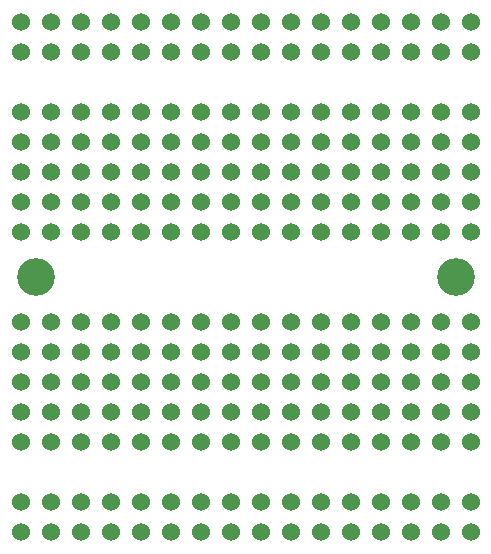
<source format=gbr>
%TF.GenerationSoftware,KiCad,Pcbnew,5.1.9-73d0e3b20d~88~ubuntu20.04.1*%
%TF.CreationDate,2021-01-27T17:21:51-06:00*%
%TF.ProjectId,ProtoPCBs,50726f74-6f50-4434-9273-2e6b69636164,rev?*%
%TF.SameCoordinates,Original*%
%TF.FileFunction,Soldermask,Bot*%
%TF.FilePolarity,Negative*%
%FSLAX46Y46*%
G04 Gerber Fmt 4.6, Leading zero omitted, Abs format (unit mm)*
G04 Created by KiCad (PCBNEW 5.1.9-73d0e3b20d~88~ubuntu20.04.1) date 2021-01-27 17:21:51*
%MOMM*%
%LPD*%
G01*
G04 APERTURE LIST*
%ADD10C,1.524000*%
%ADD11C,3.200000*%
G04 APERTURE END LIST*
D10*
%TO.C,REF\u002A\u002A*%
X193040000Y-58420000D03*
X203200000Y-60960000D03*
X226060000Y-58420000D03*
X205740000Y-60960000D03*
X223520000Y-58420000D03*
X193040000Y-60960000D03*
X213360000Y-60960000D03*
X205740000Y-58420000D03*
X220980000Y-60960000D03*
X231140000Y-60960000D03*
X218440000Y-60960000D03*
X208280000Y-58420000D03*
X215900000Y-58420000D03*
X220980000Y-58420000D03*
X228600000Y-58420000D03*
X231140000Y-58420000D03*
X203200000Y-58420000D03*
X200660000Y-58420000D03*
X215900000Y-60960000D03*
X223520000Y-60960000D03*
X226060000Y-60960000D03*
X213360000Y-58420000D03*
X228600000Y-60960000D03*
X198120000Y-58420000D03*
X210820000Y-58420000D03*
X210820000Y-60960000D03*
X208280000Y-60960000D03*
X195580000Y-60960000D03*
X218440000Y-58420000D03*
X198120000Y-60960000D03*
X200660000Y-60960000D03*
X195580000Y-58420000D03*
X193040000Y-101600000D03*
X228600000Y-101600000D03*
X215900000Y-101600000D03*
X231140000Y-99060000D03*
X213360000Y-101600000D03*
X220980000Y-99060000D03*
X220980000Y-101600000D03*
X195580000Y-101600000D03*
X203200000Y-99060000D03*
X198120000Y-99060000D03*
X210820000Y-101600000D03*
X226060000Y-99060000D03*
X203200000Y-101600000D03*
X213360000Y-99060000D03*
X208280000Y-99060000D03*
X231140000Y-101600000D03*
X223520000Y-99060000D03*
X223520000Y-101600000D03*
X218440000Y-101600000D03*
X218440000Y-99060000D03*
X228600000Y-99060000D03*
X215900000Y-99060000D03*
X200660000Y-99060000D03*
X200660000Y-101600000D03*
X208280000Y-101600000D03*
X210820000Y-99060000D03*
X195580000Y-99060000D03*
X205740000Y-99060000D03*
X226060000Y-101600000D03*
X193040000Y-99060000D03*
X205740000Y-101600000D03*
X198120000Y-101600000D03*
X193040000Y-83820000D03*
X193040000Y-93980000D03*
X203200000Y-86360000D03*
X228600000Y-93980000D03*
X228600000Y-88900000D03*
X226060000Y-83820000D03*
X215900000Y-93980000D03*
X205740000Y-86360000D03*
X213360000Y-88900000D03*
X223520000Y-83820000D03*
X231140000Y-91440000D03*
X193040000Y-86360000D03*
X213360000Y-86360000D03*
X213360000Y-93980000D03*
X220980000Y-91440000D03*
X220980000Y-93980000D03*
X205740000Y-83820000D03*
X220980000Y-86360000D03*
X195580000Y-93980000D03*
X198120000Y-88900000D03*
X226060000Y-88900000D03*
X213360000Y-91440000D03*
X231140000Y-86360000D03*
X218440000Y-86360000D03*
X208280000Y-91440000D03*
X231140000Y-93980000D03*
X223520000Y-91440000D03*
X223520000Y-93980000D03*
X218440000Y-93980000D03*
X203200000Y-88900000D03*
X200660000Y-88900000D03*
X208280000Y-83820000D03*
X215900000Y-83820000D03*
X218440000Y-91440000D03*
X218440000Y-88900000D03*
X228600000Y-91440000D03*
X220980000Y-83820000D03*
X215900000Y-91440000D03*
X200660000Y-91440000D03*
X220980000Y-88900000D03*
X228600000Y-83820000D03*
X200660000Y-93980000D03*
X215900000Y-88900000D03*
X231140000Y-83820000D03*
X208280000Y-93980000D03*
X208280000Y-88900000D03*
X203200000Y-83820000D03*
X210820000Y-91440000D03*
X200660000Y-83820000D03*
X215900000Y-86360000D03*
X195580000Y-91440000D03*
X205740000Y-91440000D03*
X223520000Y-86360000D03*
X226060000Y-86360000D03*
X213360000Y-83820000D03*
X228600000Y-86360000D03*
X226060000Y-93980000D03*
X198120000Y-83820000D03*
X195580000Y-88900000D03*
X210820000Y-83820000D03*
X193040000Y-91440000D03*
X210820000Y-86360000D03*
X231140000Y-88900000D03*
X208280000Y-86360000D03*
X223520000Y-88900000D03*
X205740000Y-93980000D03*
X205740000Y-88900000D03*
X195580000Y-86360000D03*
X198120000Y-93980000D03*
X210820000Y-93980000D03*
X210820000Y-88900000D03*
X226060000Y-91440000D03*
X218440000Y-83820000D03*
X203200000Y-93980000D03*
X193040000Y-88900000D03*
X198120000Y-86360000D03*
X200660000Y-86360000D03*
X195580000Y-83820000D03*
X198120000Y-91440000D03*
X203200000Y-91440000D03*
X213360000Y-66040000D03*
X213360000Y-76200000D03*
X223520000Y-68580000D03*
X226060000Y-68580000D03*
X213360000Y-68580000D03*
X226060000Y-66040000D03*
X215900000Y-76200000D03*
X218440000Y-71120000D03*
X228600000Y-73660000D03*
X223520000Y-71120000D03*
X220980000Y-71120000D03*
X228600000Y-66040000D03*
X220980000Y-73660000D03*
X220980000Y-76200000D03*
X228600000Y-76200000D03*
X228600000Y-71120000D03*
X223520000Y-66040000D03*
X231140000Y-73660000D03*
X220980000Y-66040000D03*
X215900000Y-73660000D03*
X226060000Y-73660000D03*
X218440000Y-66040000D03*
X215900000Y-71120000D03*
X231140000Y-66040000D03*
X213360000Y-73660000D03*
X231140000Y-68580000D03*
X228600000Y-68580000D03*
X226060000Y-76200000D03*
X226060000Y-71120000D03*
X215900000Y-68580000D03*
X218440000Y-76200000D03*
X231140000Y-76200000D03*
X231140000Y-71120000D03*
X223520000Y-76200000D03*
X213360000Y-71120000D03*
X218440000Y-68580000D03*
X220980000Y-68580000D03*
X215900000Y-66040000D03*
X218440000Y-73660000D03*
X223520000Y-73660000D03*
X210820000Y-73660000D03*
X210820000Y-66040000D03*
X210820000Y-76200000D03*
X210820000Y-71120000D03*
X210820000Y-68580000D03*
X208280000Y-68580000D03*
X208280000Y-66040000D03*
X208280000Y-73660000D03*
X208280000Y-76200000D03*
X208280000Y-71120000D03*
X205740000Y-68580000D03*
X205740000Y-71120000D03*
X205740000Y-66040000D03*
X205740000Y-76200000D03*
X205740000Y-73660000D03*
X203200000Y-71120000D03*
X203200000Y-73660000D03*
X203200000Y-76200000D03*
X203200000Y-66040000D03*
X203200000Y-68580000D03*
X200660000Y-71120000D03*
X200660000Y-66040000D03*
X200660000Y-76200000D03*
X200660000Y-68580000D03*
X200660000Y-73660000D03*
X198120000Y-76200000D03*
X198120000Y-73660000D03*
X198120000Y-71120000D03*
X198120000Y-68580000D03*
X198120000Y-66040000D03*
X195580000Y-66040000D03*
X195580000Y-76200000D03*
X195580000Y-68580000D03*
X195580000Y-73660000D03*
X195580000Y-71120000D03*
X193040000Y-76200000D03*
X193040000Y-73660000D03*
X193040000Y-71120000D03*
X193040000Y-68580000D03*
X193040000Y-66040000D03*
%TD*%
D11*
%TO.C,REF\u002A\u002A*%
X194310000Y-80010000D03*
%TD*%
%TO.C,REF\u002A\u002A*%
X229870000Y-80010000D03*
%TD*%
M02*

</source>
